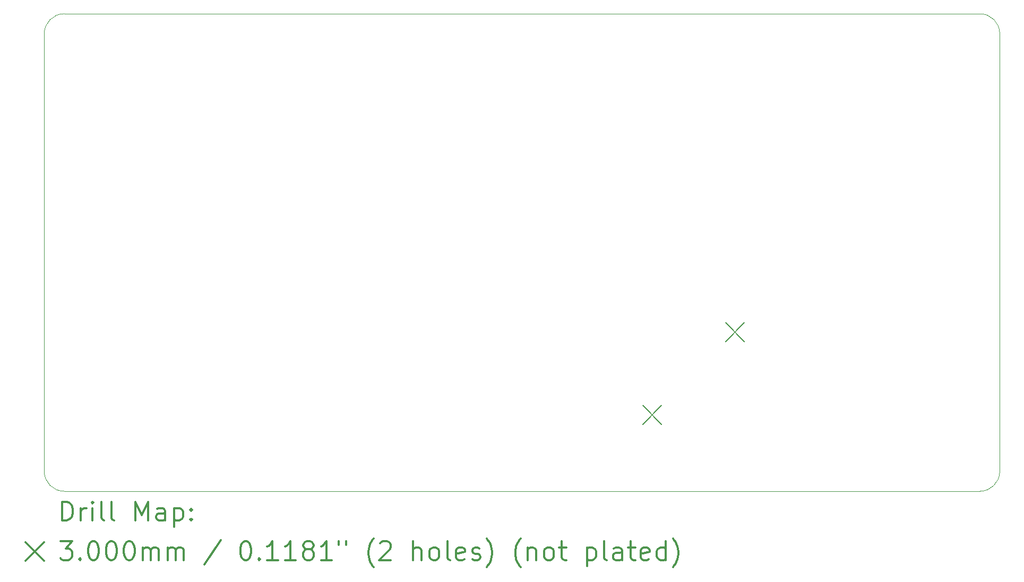
<source format=gbr>
%FSLAX45Y45*%
G04 Gerber Fmt 4.5, Leading zero omitted, Abs format (unit mm)*
G04 Created by KiCad (PCBNEW (5.1.10)-1) date 2022-04-17 04:08:34*
%MOMM*%
%LPD*%
G01*
G04 APERTURE LIST*
%TA.AperFunction,Profile*%
%ADD10C,0.038100*%
%TD*%
%ADD11C,0.200000*%
%ADD12C,0.300000*%
G04 APERTURE END LIST*
D10*
X7588100Y-6244600D02*
X8032600Y-6244600D01*
X22510600Y-6689100D02*
X22510600Y-6562100D01*
X21748600Y-6244600D02*
X22066100Y-6244600D01*
X7588100Y-13864600D02*
G75*
G02*
X7270600Y-13547100I0J317500D01*
G01*
X22510600Y-13102600D02*
X22510600Y-13547100D01*
X22066100Y-6244600D02*
X22193100Y-6244600D01*
X7270600Y-13102600D02*
X7270600Y-13547100D01*
X22193100Y-6244600D02*
G75*
G02*
X22510600Y-6562100I0J-317500D01*
G01*
X22510600Y-7006600D02*
X22510600Y-6689100D01*
X21748600Y-13864600D02*
X8032600Y-13864600D01*
X7270600Y-6562100D02*
G75*
G02*
X7588100Y-6244600I317500J0D01*
G01*
X7270600Y-7006600D02*
X7270600Y-13102600D01*
X7270600Y-7006600D02*
X7270600Y-6562100D01*
X22510600Y-7006600D02*
X22510600Y-13102600D01*
X22510600Y-13547100D02*
G75*
G02*
X22193100Y-13864600I-317500J0D01*
G01*
X8032600Y-6244600D02*
X21748600Y-6244600D01*
X8032600Y-13864600D02*
X7588100Y-13864600D01*
X21748600Y-13864600D02*
X22193100Y-13864600D01*
D11*
X16816600Y-12495600D02*
X17116600Y-12795600D01*
X17116600Y-12495600D02*
X16816600Y-12795600D01*
X18136600Y-11175600D02*
X18436600Y-11475600D01*
X18436600Y-11175600D02*
X18136600Y-11475600D01*
D12*
X7555123Y-14332219D02*
X7555123Y-14032219D01*
X7626552Y-14032219D01*
X7669409Y-14046505D01*
X7697981Y-14075076D01*
X7712266Y-14103648D01*
X7726552Y-14160791D01*
X7726552Y-14203648D01*
X7712266Y-14260791D01*
X7697981Y-14289362D01*
X7669409Y-14317934D01*
X7626552Y-14332219D01*
X7555123Y-14332219D01*
X7855123Y-14332219D02*
X7855123Y-14132219D01*
X7855123Y-14189362D02*
X7869409Y-14160791D01*
X7883695Y-14146505D01*
X7912266Y-14132219D01*
X7940838Y-14132219D01*
X8040838Y-14332219D02*
X8040838Y-14132219D01*
X8040838Y-14032219D02*
X8026552Y-14046505D01*
X8040838Y-14060791D01*
X8055123Y-14046505D01*
X8040838Y-14032219D01*
X8040838Y-14060791D01*
X8226552Y-14332219D02*
X8197981Y-14317934D01*
X8183695Y-14289362D01*
X8183695Y-14032219D01*
X8383695Y-14332219D02*
X8355123Y-14317934D01*
X8340838Y-14289362D01*
X8340838Y-14032219D01*
X8726552Y-14332219D02*
X8726552Y-14032219D01*
X8826552Y-14246505D01*
X8926552Y-14032219D01*
X8926552Y-14332219D01*
X9197981Y-14332219D02*
X9197981Y-14175076D01*
X9183695Y-14146505D01*
X9155123Y-14132219D01*
X9097981Y-14132219D01*
X9069409Y-14146505D01*
X9197981Y-14317934D02*
X9169409Y-14332219D01*
X9097981Y-14332219D01*
X9069409Y-14317934D01*
X9055123Y-14289362D01*
X9055123Y-14260791D01*
X9069409Y-14232219D01*
X9097981Y-14217934D01*
X9169409Y-14217934D01*
X9197981Y-14203648D01*
X9340838Y-14132219D02*
X9340838Y-14432219D01*
X9340838Y-14146505D02*
X9369409Y-14132219D01*
X9426552Y-14132219D01*
X9455123Y-14146505D01*
X9469409Y-14160791D01*
X9483695Y-14189362D01*
X9483695Y-14275076D01*
X9469409Y-14303648D01*
X9455123Y-14317934D01*
X9426552Y-14332219D01*
X9369409Y-14332219D01*
X9340838Y-14317934D01*
X9612266Y-14303648D02*
X9626552Y-14317934D01*
X9612266Y-14332219D01*
X9597981Y-14317934D01*
X9612266Y-14303648D01*
X9612266Y-14332219D01*
X9612266Y-14146505D02*
X9626552Y-14160791D01*
X9612266Y-14175076D01*
X9597981Y-14160791D01*
X9612266Y-14146505D01*
X9612266Y-14175076D01*
X6968695Y-14676505D02*
X7268695Y-14976505D01*
X7268695Y-14676505D02*
X6968695Y-14976505D01*
X7526552Y-14662219D02*
X7712266Y-14662219D01*
X7612266Y-14776505D01*
X7655123Y-14776505D01*
X7683695Y-14790791D01*
X7697981Y-14805076D01*
X7712266Y-14833648D01*
X7712266Y-14905076D01*
X7697981Y-14933648D01*
X7683695Y-14947934D01*
X7655123Y-14962219D01*
X7569409Y-14962219D01*
X7540838Y-14947934D01*
X7526552Y-14933648D01*
X7840838Y-14933648D02*
X7855123Y-14947934D01*
X7840838Y-14962219D01*
X7826552Y-14947934D01*
X7840838Y-14933648D01*
X7840838Y-14962219D01*
X8040838Y-14662219D02*
X8069409Y-14662219D01*
X8097981Y-14676505D01*
X8112266Y-14690791D01*
X8126552Y-14719362D01*
X8140838Y-14776505D01*
X8140838Y-14847934D01*
X8126552Y-14905076D01*
X8112266Y-14933648D01*
X8097981Y-14947934D01*
X8069409Y-14962219D01*
X8040838Y-14962219D01*
X8012266Y-14947934D01*
X7997981Y-14933648D01*
X7983695Y-14905076D01*
X7969409Y-14847934D01*
X7969409Y-14776505D01*
X7983695Y-14719362D01*
X7997981Y-14690791D01*
X8012266Y-14676505D01*
X8040838Y-14662219D01*
X8326552Y-14662219D02*
X8355123Y-14662219D01*
X8383695Y-14676505D01*
X8397981Y-14690791D01*
X8412266Y-14719362D01*
X8426552Y-14776505D01*
X8426552Y-14847934D01*
X8412266Y-14905076D01*
X8397981Y-14933648D01*
X8383695Y-14947934D01*
X8355123Y-14962219D01*
X8326552Y-14962219D01*
X8297981Y-14947934D01*
X8283695Y-14933648D01*
X8269409Y-14905076D01*
X8255123Y-14847934D01*
X8255123Y-14776505D01*
X8269409Y-14719362D01*
X8283695Y-14690791D01*
X8297981Y-14676505D01*
X8326552Y-14662219D01*
X8612266Y-14662219D02*
X8640838Y-14662219D01*
X8669409Y-14676505D01*
X8683695Y-14690791D01*
X8697981Y-14719362D01*
X8712266Y-14776505D01*
X8712266Y-14847934D01*
X8697981Y-14905076D01*
X8683695Y-14933648D01*
X8669409Y-14947934D01*
X8640838Y-14962219D01*
X8612266Y-14962219D01*
X8583695Y-14947934D01*
X8569409Y-14933648D01*
X8555123Y-14905076D01*
X8540838Y-14847934D01*
X8540838Y-14776505D01*
X8555123Y-14719362D01*
X8569409Y-14690791D01*
X8583695Y-14676505D01*
X8612266Y-14662219D01*
X8840838Y-14962219D02*
X8840838Y-14762219D01*
X8840838Y-14790791D02*
X8855123Y-14776505D01*
X8883695Y-14762219D01*
X8926552Y-14762219D01*
X8955123Y-14776505D01*
X8969409Y-14805076D01*
X8969409Y-14962219D01*
X8969409Y-14805076D02*
X8983695Y-14776505D01*
X9012266Y-14762219D01*
X9055123Y-14762219D01*
X9083695Y-14776505D01*
X9097981Y-14805076D01*
X9097981Y-14962219D01*
X9240838Y-14962219D02*
X9240838Y-14762219D01*
X9240838Y-14790791D02*
X9255123Y-14776505D01*
X9283695Y-14762219D01*
X9326552Y-14762219D01*
X9355123Y-14776505D01*
X9369409Y-14805076D01*
X9369409Y-14962219D01*
X9369409Y-14805076D02*
X9383695Y-14776505D01*
X9412266Y-14762219D01*
X9455123Y-14762219D01*
X9483695Y-14776505D01*
X9497981Y-14805076D01*
X9497981Y-14962219D01*
X10083695Y-14647934D02*
X9826552Y-15033648D01*
X10469409Y-14662219D02*
X10497981Y-14662219D01*
X10526552Y-14676505D01*
X10540838Y-14690791D01*
X10555123Y-14719362D01*
X10569409Y-14776505D01*
X10569409Y-14847934D01*
X10555123Y-14905076D01*
X10540838Y-14933648D01*
X10526552Y-14947934D01*
X10497981Y-14962219D01*
X10469409Y-14962219D01*
X10440838Y-14947934D01*
X10426552Y-14933648D01*
X10412266Y-14905076D01*
X10397981Y-14847934D01*
X10397981Y-14776505D01*
X10412266Y-14719362D01*
X10426552Y-14690791D01*
X10440838Y-14676505D01*
X10469409Y-14662219D01*
X10697981Y-14933648D02*
X10712266Y-14947934D01*
X10697981Y-14962219D01*
X10683695Y-14947934D01*
X10697981Y-14933648D01*
X10697981Y-14962219D01*
X10997981Y-14962219D02*
X10826552Y-14962219D01*
X10912266Y-14962219D02*
X10912266Y-14662219D01*
X10883695Y-14705076D01*
X10855123Y-14733648D01*
X10826552Y-14747934D01*
X11283695Y-14962219D02*
X11112266Y-14962219D01*
X11197981Y-14962219D02*
X11197981Y-14662219D01*
X11169409Y-14705076D01*
X11140838Y-14733648D01*
X11112266Y-14747934D01*
X11455123Y-14790791D02*
X11426552Y-14776505D01*
X11412266Y-14762219D01*
X11397981Y-14733648D01*
X11397981Y-14719362D01*
X11412266Y-14690791D01*
X11426552Y-14676505D01*
X11455123Y-14662219D01*
X11512266Y-14662219D01*
X11540838Y-14676505D01*
X11555123Y-14690791D01*
X11569409Y-14719362D01*
X11569409Y-14733648D01*
X11555123Y-14762219D01*
X11540838Y-14776505D01*
X11512266Y-14790791D01*
X11455123Y-14790791D01*
X11426552Y-14805076D01*
X11412266Y-14819362D01*
X11397981Y-14847934D01*
X11397981Y-14905076D01*
X11412266Y-14933648D01*
X11426552Y-14947934D01*
X11455123Y-14962219D01*
X11512266Y-14962219D01*
X11540838Y-14947934D01*
X11555123Y-14933648D01*
X11569409Y-14905076D01*
X11569409Y-14847934D01*
X11555123Y-14819362D01*
X11540838Y-14805076D01*
X11512266Y-14790791D01*
X11855123Y-14962219D02*
X11683695Y-14962219D01*
X11769409Y-14962219D02*
X11769409Y-14662219D01*
X11740838Y-14705076D01*
X11712266Y-14733648D01*
X11683695Y-14747934D01*
X11969409Y-14662219D02*
X11969409Y-14719362D01*
X12083695Y-14662219D02*
X12083695Y-14719362D01*
X12526552Y-15076505D02*
X12512266Y-15062219D01*
X12483695Y-15019362D01*
X12469409Y-14990791D01*
X12455123Y-14947934D01*
X12440838Y-14876505D01*
X12440838Y-14819362D01*
X12455123Y-14747934D01*
X12469409Y-14705076D01*
X12483695Y-14676505D01*
X12512266Y-14633648D01*
X12526552Y-14619362D01*
X12626552Y-14690791D02*
X12640838Y-14676505D01*
X12669409Y-14662219D01*
X12740838Y-14662219D01*
X12769409Y-14676505D01*
X12783695Y-14690791D01*
X12797981Y-14719362D01*
X12797981Y-14747934D01*
X12783695Y-14790791D01*
X12612266Y-14962219D01*
X12797981Y-14962219D01*
X13155123Y-14962219D02*
X13155123Y-14662219D01*
X13283695Y-14962219D02*
X13283695Y-14805076D01*
X13269409Y-14776505D01*
X13240838Y-14762219D01*
X13197981Y-14762219D01*
X13169409Y-14776505D01*
X13155123Y-14790791D01*
X13469409Y-14962219D02*
X13440838Y-14947934D01*
X13426552Y-14933648D01*
X13412266Y-14905076D01*
X13412266Y-14819362D01*
X13426552Y-14790791D01*
X13440838Y-14776505D01*
X13469409Y-14762219D01*
X13512266Y-14762219D01*
X13540838Y-14776505D01*
X13555123Y-14790791D01*
X13569409Y-14819362D01*
X13569409Y-14905076D01*
X13555123Y-14933648D01*
X13540838Y-14947934D01*
X13512266Y-14962219D01*
X13469409Y-14962219D01*
X13740838Y-14962219D02*
X13712266Y-14947934D01*
X13697981Y-14919362D01*
X13697981Y-14662219D01*
X13969409Y-14947934D02*
X13940838Y-14962219D01*
X13883695Y-14962219D01*
X13855123Y-14947934D01*
X13840838Y-14919362D01*
X13840838Y-14805076D01*
X13855123Y-14776505D01*
X13883695Y-14762219D01*
X13940838Y-14762219D01*
X13969409Y-14776505D01*
X13983695Y-14805076D01*
X13983695Y-14833648D01*
X13840838Y-14862219D01*
X14097981Y-14947934D02*
X14126552Y-14962219D01*
X14183695Y-14962219D01*
X14212266Y-14947934D01*
X14226552Y-14919362D01*
X14226552Y-14905076D01*
X14212266Y-14876505D01*
X14183695Y-14862219D01*
X14140838Y-14862219D01*
X14112266Y-14847934D01*
X14097981Y-14819362D01*
X14097981Y-14805076D01*
X14112266Y-14776505D01*
X14140838Y-14762219D01*
X14183695Y-14762219D01*
X14212266Y-14776505D01*
X14326552Y-15076505D02*
X14340838Y-15062219D01*
X14369409Y-15019362D01*
X14383695Y-14990791D01*
X14397981Y-14947934D01*
X14412266Y-14876505D01*
X14412266Y-14819362D01*
X14397981Y-14747934D01*
X14383695Y-14705076D01*
X14369409Y-14676505D01*
X14340838Y-14633648D01*
X14326552Y-14619362D01*
X14869409Y-15076505D02*
X14855123Y-15062219D01*
X14826552Y-15019362D01*
X14812266Y-14990791D01*
X14797981Y-14947934D01*
X14783695Y-14876505D01*
X14783695Y-14819362D01*
X14797981Y-14747934D01*
X14812266Y-14705076D01*
X14826552Y-14676505D01*
X14855123Y-14633648D01*
X14869409Y-14619362D01*
X14983695Y-14762219D02*
X14983695Y-14962219D01*
X14983695Y-14790791D02*
X14997981Y-14776505D01*
X15026552Y-14762219D01*
X15069409Y-14762219D01*
X15097981Y-14776505D01*
X15112266Y-14805076D01*
X15112266Y-14962219D01*
X15297981Y-14962219D02*
X15269409Y-14947934D01*
X15255123Y-14933648D01*
X15240838Y-14905076D01*
X15240838Y-14819362D01*
X15255123Y-14790791D01*
X15269409Y-14776505D01*
X15297981Y-14762219D01*
X15340838Y-14762219D01*
X15369409Y-14776505D01*
X15383695Y-14790791D01*
X15397981Y-14819362D01*
X15397981Y-14905076D01*
X15383695Y-14933648D01*
X15369409Y-14947934D01*
X15340838Y-14962219D01*
X15297981Y-14962219D01*
X15483695Y-14762219D02*
X15597981Y-14762219D01*
X15526552Y-14662219D02*
X15526552Y-14919362D01*
X15540838Y-14947934D01*
X15569409Y-14962219D01*
X15597981Y-14962219D01*
X15926552Y-14762219D02*
X15926552Y-15062219D01*
X15926552Y-14776505D02*
X15955123Y-14762219D01*
X16012266Y-14762219D01*
X16040838Y-14776505D01*
X16055123Y-14790791D01*
X16069409Y-14819362D01*
X16069409Y-14905076D01*
X16055123Y-14933648D01*
X16040838Y-14947934D01*
X16012266Y-14962219D01*
X15955123Y-14962219D01*
X15926552Y-14947934D01*
X16240838Y-14962219D02*
X16212266Y-14947934D01*
X16197981Y-14919362D01*
X16197981Y-14662219D01*
X16483695Y-14962219D02*
X16483695Y-14805076D01*
X16469409Y-14776505D01*
X16440838Y-14762219D01*
X16383695Y-14762219D01*
X16355123Y-14776505D01*
X16483695Y-14947934D02*
X16455123Y-14962219D01*
X16383695Y-14962219D01*
X16355123Y-14947934D01*
X16340838Y-14919362D01*
X16340838Y-14890791D01*
X16355123Y-14862219D01*
X16383695Y-14847934D01*
X16455123Y-14847934D01*
X16483695Y-14833648D01*
X16583695Y-14762219D02*
X16697981Y-14762219D01*
X16626552Y-14662219D02*
X16626552Y-14919362D01*
X16640838Y-14947934D01*
X16669409Y-14962219D01*
X16697981Y-14962219D01*
X16912266Y-14947934D02*
X16883695Y-14962219D01*
X16826552Y-14962219D01*
X16797981Y-14947934D01*
X16783695Y-14919362D01*
X16783695Y-14805076D01*
X16797981Y-14776505D01*
X16826552Y-14762219D01*
X16883695Y-14762219D01*
X16912266Y-14776505D01*
X16926552Y-14805076D01*
X16926552Y-14833648D01*
X16783695Y-14862219D01*
X17183695Y-14962219D02*
X17183695Y-14662219D01*
X17183695Y-14947934D02*
X17155123Y-14962219D01*
X17097981Y-14962219D01*
X17069409Y-14947934D01*
X17055123Y-14933648D01*
X17040838Y-14905076D01*
X17040838Y-14819362D01*
X17055123Y-14790791D01*
X17069409Y-14776505D01*
X17097981Y-14762219D01*
X17155123Y-14762219D01*
X17183695Y-14776505D01*
X17297981Y-15076505D02*
X17312266Y-15062219D01*
X17340838Y-15019362D01*
X17355123Y-14990791D01*
X17369409Y-14947934D01*
X17383695Y-14876505D01*
X17383695Y-14819362D01*
X17369409Y-14747934D01*
X17355123Y-14705076D01*
X17340838Y-14676505D01*
X17312266Y-14633648D01*
X17297981Y-14619362D01*
M02*

</source>
